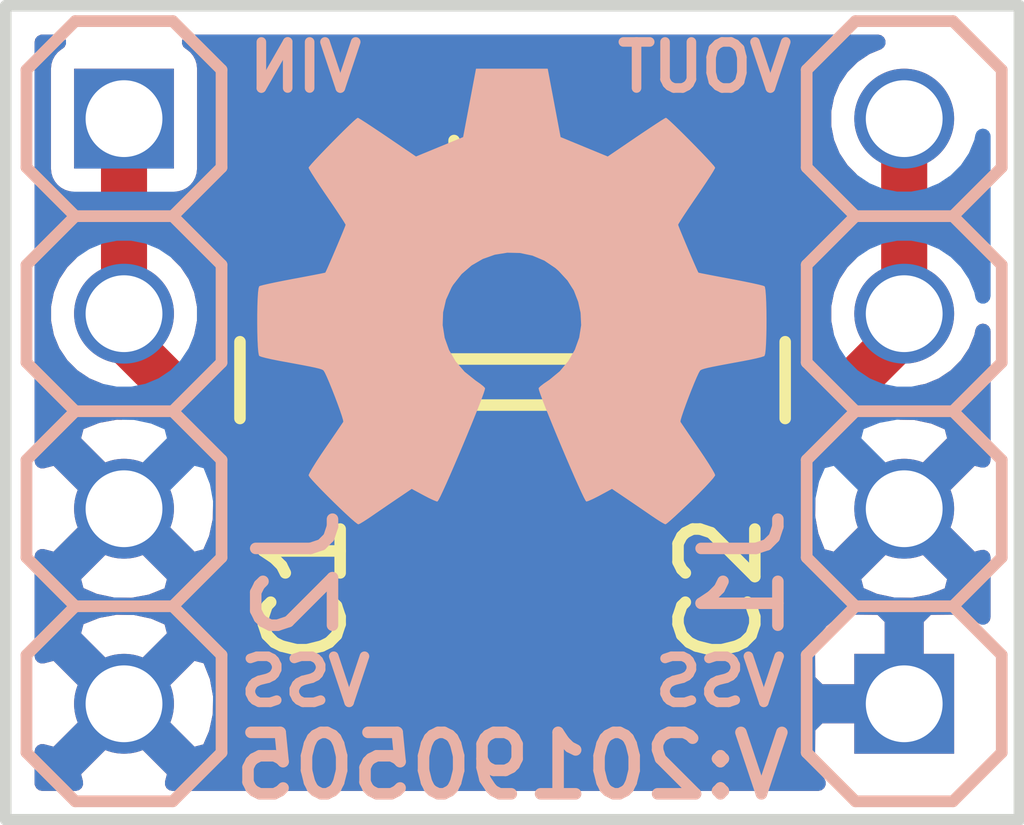
<source format=kicad_pcb>
(kicad_pcb (version 20171130) (host pcbnew 5.1.2-f72e74a~84~ubuntu18.04.1)

  (general
    (thickness 1.6)
    (drawings 4)
    (tracks 14)
    (zones 0)
    (modules 7)
    (nets 4)
  )

  (page A4)
  (layers
    (0 F.Cu signal)
    (31 B.Cu signal)
    (32 B.Adhes user)
    (33 F.Adhes user)
    (34 B.Paste user)
    (35 F.Paste user)
    (36 B.SilkS user)
    (37 F.SilkS user)
    (38 B.Mask user)
    (39 F.Mask user)
    (40 Dwgs.User user)
    (41 Cmts.User user)
    (42 Eco1.User user)
    (43 Eco2.User user)
    (44 Edge.Cuts user)
    (45 Margin user)
    (46 B.CrtYd user)
    (47 F.CrtYd user)
    (48 B.Fab user)
    (49 F.Fab user)
  )

  (setup
    (last_trace_width 0.1524)
    (user_trace_width 0.1524)
    (user_trace_width 0.2)
    (user_trace_width 0.3)
    (user_trace_width 0.4)
    (user_trace_width 0.6)
    (user_trace_width 1)
    (user_trace_width 1.5)
    (user_trace_width 2)
    (trace_clearance 0.1524)
    (zone_clearance 0.3)
    (zone_45_only no)
    (trace_min 0.1524)
    (via_size 0.381)
    (via_drill 0.254)
    (via_min_size 0.381)
    (via_min_drill 0.254)
    (user_via 0.4 0.254)
    (user_via 0.6 0.4)
    (user_via 0.8 0.6)
    (user_via 1 0.8)
    (user_via 1.3 1)
    (user_via 1.5 1.2)
    (user_via 1.7 1.4)
    (user_via 1.9 1.6)
    (uvia_size 0.381)
    (uvia_drill 0.254)
    (uvias_allowed no)
    (uvia_min_size 0.381)
    (uvia_min_drill 0.254)
    (edge_width 0.15)
    (segment_width 0.2)
    (pcb_text_width 0.3)
    (pcb_text_size 1.5 1.5)
    (mod_edge_width 0.15)
    (mod_text_size 1 1)
    (mod_text_width 0.15)
    (pad_size 0.65 1.05)
    (pad_drill 0)
    (pad_to_mask_clearance 0.1)
    (solder_mask_min_width 0.1)
    (pad_to_paste_clearance_ratio -0.15)
    (aux_axis_origin 0 0)
    (visible_elements FFFFFF7F)
    (pcbplotparams
      (layerselection 0x010fc_ffffffff)
      (usegerberextensions true)
      (usegerberattributes false)
      (usegerberadvancedattributes false)
      (creategerberjobfile false)
      (excludeedgelayer true)
      (linewidth 0.100000)
      (plotframeref false)
      (viasonmask false)
      (mode 1)
      (useauxorigin false)
      (hpglpennumber 1)
      (hpglpenspeed 20)
      (hpglpendiameter 15.000000)
      (psnegative false)
      (psa4output false)
      (plotreference true)
      (plotvalue true)
      (plotinvisibletext false)
      (padsonsilk false)
      (subtractmaskfromsilk false)
      (outputformat 1)
      (mirror false)
      (drillshape 0)
      (scaleselection 1)
      (outputdirectory "OSH_Park_2_layer_plots"))
  )

  (net 0 "")
  (net 1 /VIN)
  (net 2 /VSS)
  (net 3 /VOUT)

  (net_class Default "This is the default net class."
    (clearance 0.1524)
    (trace_width 0.1524)
    (via_dia 0.381)
    (via_drill 0.254)
    (uvia_dia 0.381)
    (uvia_drill 0.254)
    (add_net /VIN)
    (add_net /VOUT)
    (add_net /VSS)
  )

  (module SquantorIC:SOT23-3-Microchip-TT (layer F.Cu) (tedit 5CCB5358) (tstamp 5CCBC406)
    (at 147.3 93.6)
    (path /5CCA74B5)
    (fp_text reference U1 (at 0 -2.6) (layer F.SilkS)
      (effects (font (size 1 1) (thickness 0.15)))
    )
    (fp_text value reference3pin (at 0 2.8) (layer F.Fab)
      (effects (font (size 1 1) (thickness 0.15)))
    )
    (fp_line (start -1.7 -2) (end -1.7 2) (layer F.CrtYd) (width 0.05))
    (fp_line (start 1.7 -2) (end -1.7 -2) (layer F.CrtYd) (width 0.05))
    (fp_line (start 1.7 2) (end 1.7 -2) (layer F.CrtYd) (width 0.05))
    (fp_line (start -1.7 2) (end 1.7 2) (layer F.CrtYd) (width 0.05))
    (fp_line (start -1.3 0.3) (end -1.3 -0.3) (layer F.SilkS) (width 0.15))
    (fp_line (start 1.3 0.3) (end -1.3 0.3) (layer F.SilkS) (width 0.15))
    (fp_line (start 1.3 -0.3) (end 1.3 0.3) (layer F.SilkS) (width 0.15))
    (fp_line (start -1.3 -0.3) (end 1.3 -0.3) (layer F.SilkS) (width 0.15))
    (pad 3 smd rect (at 0 -1.15) (size 0.65 1.05) (layers F.Cu F.Paste F.Mask)
      (net 2 /VSS) (zone_connect 2))
    (pad 2 smd rect (at 0.95 1.15) (size 0.65 1.05) (layers F.Cu F.Paste F.Mask)
      (net 3 /VOUT))
    (pad 1 smd rect (at -0.95 1.15) (size 0.65 1.05) (layers F.Cu F.Paste F.Mask)
      (net 1 /VIN))
  )

  (module SquantorConnectorsNamed:reference_input (layer B.Cu) (tedit 5CCB5024) (tstamp 5CCBC3EB)
    (at 142.24 93.98 270)
    (descr "PIN HEADER")
    (tags "PIN HEADER")
    (path /5CCB5C8E)
    (attr virtual)
    (fp_text reference J2 (at 2.12 -2.26 90) (layer B.SilkS)
      (effects (font (size 1 1) (thickness 0.15)) (justify mirror))
    )
    (fp_text value reference_input (at 0 -2.2 90) (layer B.Fab) hide
      (effects (font (size 1 1) (thickness 0.15)) (justify mirror))
    )
    (fp_text user VSS (at 3.52 -2.36 180) (layer B.SilkS)
      (effects (font (size 0.6 0.6) (thickness 0.125)) (justify mirror))
    )
    (fp_text user VIN (at -4.48 -2.36 180) (layer B.SilkS)
      (effects (font (size 0.6 0.6) (thickness 0.125)) (justify mirror))
    )
    (fp_line (start 4.445 -1.27) (end 3.175 -1.27) (layer B.SilkS) (width 0.1524))
    (fp_line (start 2.54 -0.635) (end 3.175 -1.27) (layer B.SilkS) (width 0.1524))
    (fp_line (start 3.175 1.27) (end 2.54 0.635) (layer B.SilkS) (width 0.1524))
    (fp_line (start 5.08 -0.635) (end 4.445 -1.27) (layer B.SilkS) (width 0.1524))
    (fp_line (start 5.08 0.635) (end 5.08 -0.635) (layer B.SilkS) (width 0.1524))
    (fp_line (start 4.445 1.27) (end 5.08 0.635) (layer B.SilkS) (width 0.1524))
    (fp_line (start 3.175 1.27) (end 4.445 1.27) (layer B.SilkS) (width 0.1524))
    (fp_line (start -3.175 -1.27) (end -4.445 -1.27) (layer B.SilkS) (width 0.1524))
    (fp_line (start -5.08 -0.635) (end -4.445 -1.27) (layer B.SilkS) (width 0.1524))
    (fp_line (start -4.445 1.27) (end -5.08 0.635) (layer B.SilkS) (width 0.1524))
    (fp_line (start -5.08 0.635) (end -5.08 -0.635) (layer B.SilkS) (width 0.1524))
    (fp_line (start -1.905 -1.27) (end -2.54 -0.635) (layer B.SilkS) (width 0.1524))
    (fp_line (start -0.635 -1.27) (end -1.905 -1.27) (layer B.SilkS) (width 0.1524))
    (fp_line (start 0 -0.635) (end -0.635 -1.27) (layer B.SilkS) (width 0.1524))
    (fp_line (start 0 0.635) (end 0 -0.635) (layer B.SilkS) (width 0.1524))
    (fp_line (start -0.635 1.27) (end 0 0.635) (layer B.SilkS) (width 0.1524))
    (fp_line (start -1.905 1.27) (end -0.635 1.27) (layer B.SilkS) (width 0.1524))
    (fp_line (start -2.54 0.635) (end -1.905 1.27) (layer B.SilkS) (width 0.1524))
    (fp_line (start -2.54 -0.635) (end -3.175 -1.27) (layer B.SilkS) (width 0.1524))
    (fp_line (start -2.54 0.635) (end -2.54 -0.635) (layer B.SilkS) (width 0.1524))
    (fp_line (start -3.175 1.27) (end -2.54 0.635) (layer B.SilkS) (width 0.1524))
    (fp_line (start -4.445 1.27) (end -3.175 1.27) (layer B.SilkS) (width 0.1524))
    (fp_line (start 0.635 -1.27) (end 0 -0.635) (layer B.SilkS) (width 0.1524))
    (fp_line (start 1.905 -1.27) (end 0.635 -1.27) (layer B.SilkS) (width 0.1524))
    (fp_line (start 2.54 -0.635) (end 1.905 -1.27) (layer B.SilkS) (width 0.1524))
    (fp_line (start 2.54 0.635) (end 2.54 -0.635) (layer B.SilkS) (width 0.1524))
    (fp_line (start 1.905 1.27) (end 2.54 0.635) (layer B.SilkS) (width 0.1524))
    (fp_line (start 0.635 1.27) (end 1.905 1.27) (layer B.SilkS) (width 0.1524))
    (fp_line (start 0 0.635) (end 0.635 1.27) (layer B.SilkS) (width 0.1524))
    (pad 4 thru_hole circle (at 3.81 0 90) (size 1.3 1.3) (drill 1) (layers *.Cu *.Mask)
      (net 2 /VSS))
    (pad 3 thru_hole circle (at 1.27 0 90) (size 1.3 1.3) (drill 1) (layers *.Cu *.Mask)
      (net 2 /VSS))
    (pad 2 thru_hole circle (at -1.27 0 90) (size 1.3 1.3) (drill 1) (layers *.Cu *.Mask)
      (net 1 /VIN))
    (pad 1 thru_hole rect (at -3.81 0 90) (size 1.3 1.3) (drill 1) (layers *.Cu *.Mask)
      (net 1 /VIN))
  )

  (module SquantorConnectorsNamed:reference_output (layer B.Cu) (tedit 5CCB4FA4) (tstamp 5CCBC3C4)
    (at 152.4 93.98 90)
    (descr "PIN HEADER")
    (tags "PIN HEADER")
    (path /5CCB6325)
    (attr virtual)
    (fp_text reference J1 (at -2.12 -2.1 90) (layer B.SilkS)
      (effects (font (size 1 1) (thickness 0.15)) (justify mirror))
    )
    (fp_text value reference_output (at 0 -2.2 90) (layer B.Fab) hide
      (effects (font (size 1 1) (thickness 0.15)) (justify mirror))
    )
    (fp_text user VOUT (at 4.48 -2.6 180) (layer B.SilkS)
      (effects (font (size 0.6 0.6) (thickness 0.125)) (justify mirror))
    )
    (fp_text user VSS (at -3.52 -2.4 180) (layer B.SilkS)
      (effects (font (size 0.6 0.6) (thickness 0.125)) (justify mirror))
    )
    (fp_line (start 4.445 -1.27) (end 3.175 -1.27) (layer B.SilkS) (width 0.1524))
    (fp_line (start 2.54 -0.635) (end 3.175 -1.27) (layer B.SilkS) (width 0.1524))
    (fp_line (start 3.175 1.27) (end 2.54 0.635) (layer B.SilkS) (width 0.1524))
    (fp_line (start 5.08 -0.635) (end 4.445 -1.27) (layer B.SilkS) (width 0.1524))
    (fp_line (start 5.08 0.635) (end 5.08 -0.635) (layer B.SilkS) (width 0.1524))
    (fp_line (start 4.445 1.27) (end 5.08 0.635) (layer B.SilkS) (width 0.1524))
    (fp_line (start 3.175 1.27) (end 4.445 1.27) (layer B.SilkS) (width 0.1524))
    (fp_line (start -3.175 -1.27) (end -4.445 -1.27) (layer B.SilkS) (width 0.1524))
    (fp_line (start -5.08 -0.635) (end -4.445 -1.27) (layer B.SilkS) (width 0.1524))
    (fp_line (start -4.445 1.27) (end -5.08 0.635) (layer B.SilkS) (width 0.1524))
    (fp_line (start -5.08 0.635) (end -5.08 -0.635) (layer B.SilkS) (width 0.1524))
    (fp_line (start -1.905 -1.27) (end -2.54 -0.635) (layer B.SilkS) (width 0.1524))
    (fp_line (start -0.635 -1.27) (end -1.905 -1.27) (layer B.SilkS) (width 0.1524))
    (fp_line (start 0 -0.635) (end -0.635 -1.27) (layer B.SilkS) (width 0.1524))
    (fp_line (start 0 0.635) (end 0 -0.635) (layer B.SilkS) (width 0.1524))
    (fp_line (start -0.635 1.27) (end 0 0.635) (layer B.SilkS) (width 0.1524))
    (fp_line (start -1.905 1.27) (end -0.635 1.27) (layer B.SilkS) (width 0.1524))
    (fp_line (start -2.54 0.635) (end -1.905 1.27) (layer B.SilkS) (width 0.1524))
    (fp_line (start -2.54 -0.635) (end -3.175 -1.27) (layer B.SilkS) (width 0.1524))
    (fp_line (start -2.54 0.635) (end -2.54 -0.635) (layer B.SilkS) (width 0.1524))
    (fp_line (start -3.175 1.27) (end -2.54 0.635) (layer B.SilkS) (width 0.1524))
    (fp_line (start -4.445 1.27) (end -3.175 1.27) (layer B.SilkS) (width 0.1524))
    (fp_line (start 0.635 -1.27) (end 0 -0.635) (layer B.SilkS) (width 0.1524))
    (fp_line (start 1.905 -1.27) (end 0.635 -1.27) (layer B.SilkS) (width 0.1524))
    (fp_line (start 2.54 -0.635) (end 1.905 -1.27) (layer B.SilkS) (width 0.1524))
    (fp_line (start 2.54 0.635) (end 2.54 -0.635) (layer B.SilkS) (width 0.1524))
    (fp_line (start 1.905 1.27) (end 2.54 0.635) (layer B.SilkS) (width 0.1524))
    (fp_line (start 0.635 1.27) (end 1.905 1.27) (layer B.SilkS) (width 0.1524))
    (fp_line (start 0 0.635) (end 0.635 1.27) (layer B.SilkS) (width 0.1524))
    (pad 4 thru_hole circle (at 3.81 0 270) (size 1.3 1.3) (drill 1) (layers *.Cu *.Mask)
      (net 3 /VOUT))
    (pad 3 thru_hole circle (at 1.27 0 270) (size 1.3 1.3) (drill 1) (layers *.Cu *.Mask)
      (net 3 /VOUT))
    (pad 2 thru_hole circle (at -1.27 0 270) (size 1.3 1.3) (drill 1) (layers *.Cu *.Mask)
      (net 2 /VSS))
    (pad 1 thru_hole rect (at -3.81 0 270) (size 1.3 1.3) (drill 1) (layers *.Cu *.Mask)
      (net 2 /VSS))
  )

  (module SquantorRcl:C_0805+0603 (layer F.Cu) (tedit 5CCB4DCF) (tstamp 5CCBC39D)
    (at 150 93.575 90)
    (descr "Capacitor SMD 0805 and 0603 pad sizes, reflow soldering, based on AVX dimensions")
    (tags "capacitor 0805 0603 mixed")
    (path /5CCA425F)
    (attr smd)
    (fp_text reference C2 (at -2.725 0 90) (layer F.SilkS)
      (effects (font (size 1 1) (thickness 0.15)))
    )
    (fp_text value TBD (at 0 2.1 90) (layer F.Fab)
      (effects (font (size 1 1) (thickness 0.15)))
    )
    (fp_line (start -1 0.625) (end -1 -0.625) (layer F.Fab) (width 0.15))
    (fp_line (start 1 0.625) (end -1 0.625) (layer F.Fab) (width 0.15))
    (fp_line (start 1 -0.625) (end 1 0.625) (layer F.Fab) (width 0.15))
    (fp_line (start -1 -0.625) (end 1 -0.625) (layer F.Fab) (width 0.15))
    (fp_line (start -1.8 -1) (end 1.8 -1) (layer F.CrtYd) (width 0.05))
    (fp_line (start -1.8 1) (end 1.8 1) (layer F.CrtYd) (width 0.05))
    (fp_line (start -1.8 -1) (end -1.8 1) (layer F.CrtYd) (width 0.05))
    (fp_line (start 1.8 -1) (end 1.8 1) (layer F.CrtYd) (width 0.05))
    (fp_line (start 0.5 -0.85) (end -0.5 -0.85) (layer F.SilkS) (width 0.15))
    (fp_line (start -0.5 0.85) (end 0.5 0.85) (layer F.SilkS) (width 0.15))
    (pad 1 smd rect (at -0.925 0 90) (size 1.15 1.25) (layers F.Cu F.Paste F.Mask)
      (net 3 /VOUT))
    (pad 2 smd rect (at 0.925 0 90) (size 1.15 1.25) (layers F.Cu F.Paste F.Mask)
      (net 2 /VSS))
    (model Capacitors_SMD.3dshapes/C_0805.wrl
      (at (xyz 0 0 0))
      (scale (xyz 1 1 1))
      (rotate (xyz 0 0 0))
    )
  )

  (module SquantorRcl:C_0805+0603 (layer F.Cu) (tedit 5CCB4DCF) (tstamp 5CCBCA48)
    (at 144.6 93.575 90)
    (descr "Capacitor SMD 0805 and 0603 pad sizes, reflow soldering, based on AVX dimensions")
    (tags "capacitor 0805 0603 mixed")
    (path /5CCA2C90)
    (attr smd)
    (fp_text reference C1 (at -2.725 0 90) (layer F.SilkS)
      (effects (font (size 1 1) (thickness 0.15)))
    )
    (fp_text value TBD (at 0 2.1 90) (layer F.Fab)
      (effects (font (size 1 1) (thickness 0.15)))
    )
    (fp_line (start -1 0.625) (end -1 -0.625) (layer F.Fab) (width 0.15))
    (fp_line (start 1 0.625) (end -1 0.625) (layer F.Fab) (width 0.15))
    (fp_line (start 1 -0.625) (end 1 0.625) (layer F.Fab) (width 0.15))
    (fp_line (start -1 -0.625) (end 1 -0.625) (layer F.Fab) (width 0.15))
    (fp_line (start -1.8 -1) (end 1.8 -1) (layer F.CrtYd) (width 0.05))
    (fp_line (start -1.8 1) (end 1.8 1) (layer F.CrtYd) (width 0.05))
    (fp_line (start -1.8 -1) (end -1.8 1) (layer F.CrtYd) (width 0.05))
    (fp_line (start 1.8 -1) (end 1.8 1) (layer F.CrtYd) (width 0.05))
    (fp_line (start 0.5 -0.85) (end -0.5 -0.85) (layer F.SilkS) (width 0.15))
    (fp_line (start -0.5 0.85) (end 0.5 0.85) (layer F.SilkS) (width 0.15))
    (pad 1 smd rect (at -0.925 0 90) (size 1.15 1.25) (layers F.Cu F.Paste F.Mask)
      (net 1 /VIN))
    (pad 2 smd rect (at 0.925 0 90) (size 1.15 1.25) (layers F.Cu F.Paste F.Mask)
      (net 2 /VSS))
    (model Capacitors_SMD.3dshapes/C_0805.wrl
      (at (xyz 0 0 0))
      (scale (xyz 1 1 1))
      (rotate (xyz 0 0 0))
    )
  )

  (module Symbols:OSHW-Symbol_6.7x6mm_SilkScreen (layer B.Cu) (tedit 0) (tstamp 5CCBC8B6)
    (at 147.3 92.5 180)
    (descr "Open Source Hardware Symbol")
    (tags "Logo Symbol OSHW")
    (path /5A135869)
    (attr virtual)
    (fp_text reference N1 (at 0 0) (layer B.SilkS) hide
      (effects (font (size 1 1) (thickness 0.15)) (justify mirror))
    )
    (fp_text value OHWLOGO (at 0.75 0) (layer B.Fab) hide
      (effects (font (size 1 1) (thickness 0.15)) (justify mirror))
    )
    (fp_poly (pts (xy 0.555814 2.531069) (xy 0.639635 2.086445) (xy 0.94892 1.958947) (xy 1.258206 1.831449)
      (xy 1.629246 2.083754) (xy 1.733157 2.154004) (xy 1.827087 2.216728) (xy 1.906652 2.269062)
      (xy 1.96747 2.308143) (xy 2.005157 2.331107) (xy 2.015421 2.336058) (xy 2.03391 2.323324)
      (xy 2.07342 2.288118) (xy 2.129522 2.234938) (xy 2.197787 2.168282) (xy 2.273786 2.092646)
      (xy 2.353092 2.012528) (xy 2.431275 1.932426) (xy 2.503907 1.856836) (xy 2.566559 1.790255)
      (xy 2.614803 1.737182) (xy 2.64421 1.702113) (xy 2.651241 1.690377) (xy 2.641123 1.66874)
      (xy 2.612759 1.621338) (xy 2.569129 1.552807) (xy 2.513218 1.467785) (xy 2.448006 1.370907)
      (xy 2.410219 1.31565) (xy 2.341343 1.214752) (xy 2.28014 1.123701) (xy 2.229578 1.04703)
      (xy 2.192628 0.989272) (xy 2.172258 0.954957) (xy 2.169197 0.947746) (xy 2.176136 0.927252)
      (xy 2.195051 0.879487) (xy 2.223087 0.811168) (xy 2.257391 0.729011) (xy 2.295109 0.63973)
      (xy 2.333387 0.550042) (xy 2.36937 0.466662) (xy 2.400206 0.396306) (xy 2.423039 0.34569)
      (xy 2.435017 0.321529) (xy 2.435724 0.320578) (xy 2.454531 0.315964) (xy 2.504618 0.305672)
      (xy 2.580793 0.290713) (xy 2.677865 0.272099) (xy 2.790643 0.250841) (xy 2.856442 0.238582)
      (xy 2.97695 0.215638) (xy 3.085797 0.193805) (xy 3.177476 0.174278) (xy 3.246481 0.158252)
      (xy 3.287304 0.146921) (xy 3.295511 0.143326) (xy 3.303548 0.118994) (xy 3.310033 0.064041)
      (xy 3.31497 -0.015108) (xy 3.318364 -0.112026) (xy 3.320218 -0.220287) (xy 3.320538 -0.333465)
      (xy 3.319327 -0.445135) (xy 3.31659 -0.548868) (xy 3.312331 -0.638241) (xy 3.306555 -0.706826)
      (xy 3.299267 -0.748197) (xy 3.294895 -0.75681) (xy 3.268764 -0.767133) (xy 3.213393 -0.781892)
      (xy 3.136107 -0.799352) (xy 3.04423 -0.81778) (xy 3.012158 -0.823741) (xy 2.857524 -0.852066)
      (xy 2.735375 -0.874876) (xy 2.641673 -0.89308) (xy 2.572384 -0.907583) (xy 2.523471 -0.919292)
      (xy 2.490897 -0.929115) (xy 2.470628 -0.937956) (xy 2.458626 -0.946724) (xy 2.456947 -0.948457)
      (xy 2.440184 -0.976371) (xy 2.414614 -1.030695) (xy 2.382788 -1.104777) (xy 2.34726 -1.191965)
      (xy 2.310583 -1.285608) (xy 2.275311 -1.379052) (xy 2.243996 -1.465647) (xy 2.219193 -1.53874)
      (xy 2.203454 -1.591678) (xy 2.199332 -1.617811) (xy 2.199676 -1.618726) (xy 2.213641 -1.640086)
      (xy 2.245322 -1.687084) (xy 2.291391 -1.754827) (xy 2.348518 -1.838423) (xy 2.413373 -1.932982)
      (xy 2.431843 -1.959854) (xy 2.497699 -2.057275) (xy 2.55565 -2.146163) (xy 2.602538 -2.221412)
      (xy 2.635207 -2.27792) (xy 2.6505 -2.310581) (xy 2.651241 -2.314593) (xy 2.638392 -2.335684)
      (xy 2.602888 -2.377464) (xy 2.549293 -2.435445) (xy 2.482171 -2.505135) (xy 2.406087 -2.582045)
      (xy 2.325604 -2.661683) (xy 2.245287 -2.739561) (xy 2.169699 -2.811186) (xy 2.103405 -2.87207)
      (xy 2.050969 -2.917721) (xy 2.016955 -2.94365) (xy 2.007545 -2.947883) (xy 1.985643 -2.937912)
      (xy 1.9408 -2.91102) (xy 1.880321 -2.871736) (xy 1.833789 -2.840117) (xy 1.749475 -2.782098)
      (xy 1.649626 -2.713784) (xy 1.549473 -2.645579) (xy 1.495627 -2.609075) (xy 1.313371 -2.4858)
      (xy 1.160381 -2.56852) (xy 1.090682 -2.604759) (xy 1.031414 -2.632926) (xy 0.991311 -2.648991)
      (xy 0.981103 -2.651226) (xy 0.968829 -2.634722) (xy 0.944613 -2.588082) (xy 0.910263 -2.515609)
      (xy 0.867588 -2.421606) (xy 0.818394 -2.310374) (xy 0.76449 -2.186215) (xy 0.707684 -2.053432)
      (xy 0.649782 -1.916327) (xy 0.592593 -1.779202) (xy 0.537924 -1.646358) (xy 0.487584 -1.522098)
      (xy 0.44338 -1.410725) (xy 0.407119 -1.316539) (xy 0.380609 -1.243844) (xy 0.365658 -1.196941)
      (xy 0.363254 -1.180833) (xy 0.382311 -1.160286) (xy 0.424036 -1.126933) (xy 0.479706 -1.087702)
      (xy 0.484378 -1.084599) (xy 0.628264 -0.969423) (xy 0.744283 -0.835053) (xy 0.83143 -0.685784)
      (xy 0.888699 -0.525913) (xy 0.915086 -0.359737) (xy 0.909585 -0.191552) (xy 0.87119 -0.025655)
      (xy 0.798895 0.133658) (xy 0.777626 0.168513) (xy 0.666996 0.309263) (xy 0.536302 0.422286)
      (xy 0.390064 0.506997) (xy 0.232808 0.562806) (xy 0.069057 0.589126) (xy -0.096667 0.58537)
      (xy -0.259838 0.55095) (xy -0.415935 0.485277) (xy -0.560433 0.387765) (xy -0.605131 0.348187)
      (xy -0.718888 0.224297) (xy -0.801782 0.093876) (xy -0.858644 -0.052315) (xy -0.890313 -0.197088)
      (xy -0.898131 -0.35986) (xy -0.872062 -0.52344) (xy -0.814755 -0.682298) (xy -0.728856 -0.830906)
      (xy -0.617014 -0.963735) (xy -0.481877 -1.075256) (xy -0.464117 -1.087011) (xy -0.40785 -1.125508)
      (xy -0.365077 -1.158863) (xy -0.344628 -1.18016) (xy -0.344331 -1.180833) (xy -0.348721 -1.203871)
      (xy -0.366124 -1.256157) (xy -0.394732 -1.33339) (xy -0.432735 -1.431268) (xy -0.478326 -1.545491)
      (xy -0.529697 -1.671758) (xy -0.585038 -1.805767) (xy -0.642542 -1.943218) (xy -0.700399 -2.079808)
      (xy -0.756802 -2.211237) (xy -0.809942 -2.333205) (xy -0.85801 -2.441409) (xy -0.899199 -2.531549)
      (xy -0.931699 -2.599323) (xy -0.953703 -2.64043) (xy -0.962564 -2.651226) (xy -0.98964 -2.642819)
      (xy -1.040303 -2.620272) (xy -1.105817 -2.587613) (xy -1.141841 -2.56852) (xy -1.294832 -2.4858)
      (xy -1.477088 -2.609075) (xy -1.570125 -2.672228) (xy -1.671985 -2.741727) (xy -1.767438 -2.807165)
      (xy -1.81525 -2.840117) (xy -1.882495 -2.885273) (xy -1.939436 -2.921057) (xy -1.978646 -2.942938)
      (xy -1.991381 -2.947563) (xy -2.009917 -2.935085) (xy -2.050941 -2.900252) (xy -2.110475 -2.846678)
      (xy -2.184542 -2.777983) (xy -2.269165 -2.697781) (xy -2.322685 -2.646286) (xy -2.416319 -2.554286)
      (xy -2.497241 -2.471999) (xy -2.562177 -2.402945) (xy -2.607858 -2.350644) (xy -2.631011 -2.318616)
      (xy -2.633232 -2.312116) (xy -2.622924 -2.287394) (xy -2.594439 -2.237405) (xy -2.550937 -2.167212)
      (xy -2.495577 -2.081875) (xy -2.43152 -1.986456) (xy -2.413303 -1.959854) (xy -2.346927 -1.863167)
      (xy -2.287378 -1.776117) (xy -2.237984 -1.703595) (xy -2.202075 -1.650493) (xy -2.182981 -1.621703)
      (xy -2.181136 -1.618726) (xy -2.183895 -1.595782) (xy -2.198538 -1.545336) (xy -2.222513 -1.474041)
      (xy -2.253266 -1.388547) (xy -2.288244 -1.295507) (xy -2.324893 -1.201574) (xy -2.360661 -1.113399)
      (xy -2.392994 -1.037634) (xy -2.419338 -0.980931) (xy -2.437142 -0.949943) (xy -2.438407 -0.948457)
      (xy -2.449294 -0.939601) (xy -2.467682 -0.930843) (xy -2.497606 -0.921277) (xy -2.543103 -0.909996)
      (xy -2.608209 -0.896093) (xy -2.696961 -0.878663) (xy -2.813393 -0.856798) (xy -2.961542 -0.829591)
      (xy -2.993618 -0.823741) (xy -3.088686 -0.805374) (xy -3.171565 -0.787405) (xy -3.23493 -0.771569)
      (xy -3.271458 -0.7596) (xy -3.276356 -0.75681) (xy -3.284427 -0.732072) (xy -3.290987 -0.67679)
      (xy -3.296033 -0.597389) (xy -3.299559 -0.500296) (xy -3.301561 -0.391938) (xy -3.302036 -0.27874)
      (xy -3.300977 -0.167128) (xy -3.298382 -0.063529) (xy -3.294246 0.025632) (xy -3.288563 0.093928)
      (xy -3.281331 0.134934) (xy -3.276971 0.143326) (xy -3.252698 0.151792) (xy -3.197426 0.165565)
      (xy -3.116662 0.18345) (xy -3.015912 0.204252) (xy -2.900683 0.226777) (xy -2.837902 0.238582)
      (xy -2.718787 0.260849) (xy -2.612565 0.281021) (xy -2.524427 0.298085) (xy -2.459566 0.311031)
      (xy -2.423174 0.318845) (xy -2.417184 0.320578) (xy -2.407061 0.34011) (xy -2.385662 0.387157)
      (xy -2.355839 0.454997) (xy -2.320445 0.536909) (xy -2.282332 0.626172) (xy -2.244353 0.716065)
      (xy -2.20936 0.799865) (xy -2.180206 0.870853) (xy -2.159743 0.922306) (xy -2.150823 0.947503)
      (xy -2.150657 0.948604) (xy -2.160769 0.968481) (xy -2.189117 1.014223) (xy -2.232723 1.081283)
      (xy -2.288606 1.165116) (xy -2.353787 1.261174) (xy -2.391679 1.31635) (xy -2.460725 1.417519)
      (xy -2.52205 1.50937) (xy -2.572663 1.587256) (xy -2.609571 1.646531) (xy -2.629782 1.682549)
      (xy -2.632701 1.690623) (xy -2.620153 1.709416) (xy -2.585463 1.749543) (xy -2.533063 1.806507)
      (xy -2.467384 1.875815) (xy -2.392856 1.952969) (xy -2.313913 2.033475) (xy -2.234983 2.112837)
      (xy -2.1605 2.18656) (xy -2.094894 2.250148) (xy -2.042596 2.299106) (xy -2.008039 2.328939)
      (xy -1.996478 2.336058) (xy -1.977654 2.326047) (xy -1.932631 2.297922) (xy -1.865787 2.254546)
      (xy -1.781499 2.198782) (xy -1.684144 2.133494) (xy -1.610707 2.083754) (xy -1.239667 1.831449)
      (xy -0.621095 2.086445) (xy -0.537275 2.531069) (xy -0.453454 2.975693) (xy 0.471994 2.975693)
      (xy 0.555814 2.531069)) (layer B.SilkS) (width 0.01))
  )

  (module SquantorLabels:Label_version (layer F.Cu) (tedit 5B5A1E49) (tstamp 5B96DD88)
    (at 147.15 98.7)
    (path /5A1357A5)
    (fp_text reference N2 (at 0 1.4) (layer F.Fab) hide
      (effects (font (size 1 1) (thickness 0.15)))
    )
    (fp_text value 20190505 (at -0.4 -0.1) (layer B.SilkS)
      (effects (font (size 0.8 0.8) (thickness 0.15)) (justify mirror))
    )
    (fp_text user V: (at 3.2 -0.1) (layer B.SilkS)
      (effects (font (size 0.8 0.8) (thickness 0.15)) (justify mirror))
    )
  )

  (gr_line (start 140.7 99.3) (end 140.7 88.7) (layer Edge.Cuts) (width 0.15) (tstamp 5CCBC807))
  (gr_line (start 153.9 99.3) (end 140.7 99.3) (layer Edge.Cuts) (width 0.15))
  (gr_line (start 153.9 88.7) (end 153.9 99.3) (layer Edge.Cuts) (width 0.15))
  (gr_line (start 140.7 88.7) (end 153.9 88.7) (layer Edge.Cuts) (width 0.15))

  (segment (start 142.24 90.17) (end 142.24 92.54) (width 0.6) (layer F.Cu) (net 1))
  (segment (start 142.24 92.71) (end 142.24 93.04) (width 0.6) (layer F.Cu) (net 1))
  (segment (start 142.24 93.04) (end 143.7 94.5) (width 0.6) (layer F.Cu) (net 1))
  (segment (start 143.7 94.5) (end 144.6 94.5) (width 0.6) (layer F.Cu) (net 1))
  (segment (start 144.6 94.5) (end 145.45 94.5) (width 0.6) (layer F.Cu) (net 1))
  (segment (start 145.45 94.5) (end 145.7 94.75) (width 0.6) (layer F.Cu) (net 1))
  (segment (start 145.7 94.75) (end 146.35 94.75) (width 0.6) (layer F.Cu) (net 1))
  (segment (start 148.25 94.75) (end 148.9 94.75) (width 0.6) (layer F.Cu) (net 3))
  (segment (start 148.9 94.75) (end 149.15 94.5) (width 0.6) (layer F.Cu) (net 3))
  (segment (start 149.15 94.5) (end 150.05 94.5) (width 0.6) (layer F.Cu) (net 3))
  (segment (start 152.4 92.71) (end 152.4 92.95) (width 0.6) (layer F.Cu) (net 3))
  (segment (start 152.4 92.95) (end 150.85 94.5) (width 0.6) (layer F.Cu) (net 3))
  (segment (start 150.85 94.5) (end 150.05 94.5) (width 0.6) (layer F.Cu) (net 3))
  (segment (start 152.4 92.71) (end 152.4 90.15) (width 0.6) (layer F.Cu) (net 3))

  (zone (net 2) (net_name /VSS) (layer B.Cu) (tstamp 0) (hatch edge 0.508)
    (connect_pads (clearance 0.3))
    (min_thickness 0.2)
    (fill yes (arc_segments 32) (thermal_gap 0.508) (thermal_bridge_width 0.508))
    (polygon
      (pts
        (xy 140.7 88.7) (xy 153.9 88.7) (xy 153.9 99.3) (xy 140.7 99.3)
      )
    )
    (filled_polygon
      (pts
        (xy 141.366697 89.185803) (xy 141.305789 89.235789) (xy 141.255803 89.296697) (xy 141.21866 89.366186) (xy 141.195788 89.441586)
        (xy 141.188065 89.52) (xy 141.188065 90.82) (xy 141.195788 90.898414) (xy 141.21866 90.973814) (xy 141.255803 91.043303)
        (xy 141.305789 91.104211) (xy 141.366697 91.154197) (xy 141.436186 91.19134) (xy 141.511586 91.214212) (xy 141.59 91.221935)
        (xy 142.89 91.221935) (xy 142.968414 91.214212) (xy 143.043814 91.19134) (xy 143.113303 91.154197) (xy 143.174211 91.104211)
        (xy 143.224197 91.043303) (xy 143.26134 90.973814) (xy 143.284212 90.898414) (xy 143.291935 90.82) (xy 143.291935 89.52)
        (xy 143.284212 89.441586) (xy 143.26134 89.366186) (xy 143.224197 89.296697) (xy 143.174211 89.235789) (xy 143.113303 89.185803)
        (xy 143.093092 89.175) (xy 152.058358 89.175) (xy 151.902638 89.239502) (xy 151.730664 89.354411) (xy 151.584411 89.500664)
        (xy 151.469502 89.672638) (xy 151.39035 89.863726) (xy 151.35 90.066584) (xy 151.35 90.273416) (xy 151.39035 90.476274)
        (xy 151.469502 90.667362) (xy 151.584411 90.839336) (xy 151.730664 90.985589) (xy 151.902638 91.100498) (xy 152.093726 91.17965)
        (xy 152.296584 91.22) (xy 152.503416 91.22) (xy 152.706274 91.17965) (xy 152.897362 91.100498) (xy 153.069336 90.985589)
        (xy 153.215589 90.839336) (xy 153.330498 90.667362) (xy 153.40965 90.476274) (xy 153.425 90.399102) (xy 153.425 92.480899)
        (xy 153.40965 92.403726) (xy 153.330498 92.212638) (xy 153.215589 92.040664) (xy 153.069336 91.894411) (xy 152.897362 91.779502)
        (xy 152.706274 91.70035) (xy 152.503416 91.66) (xy 152.296584 91.66) (xy 152.093726 91.70035) (xy 151.902638 91.779502)
        (xy 151.730664 91.894411) (xy 151.584411 92.040664) (xy 151.469502 92.212638) (xy 151.39035 92.403726) (xy 151.35 92.606584)
        (xy 151.35 92.813416) (xy 151.39035 93.016274) (xy 151.469502 93.207362) (xy 151.584411 93.379336) (xy 151.730664 93.525589)
        (xy 151.902638 93.640498) (xy 152.093726 93.71965) (xy 152.296584 93.76) (xy 152.503416 93.76) (xy 152.706274 93.71965)
        (xy 152.897362 93.640498) (xy 153.069336 93.525589) (xy 153.215589 93.379336) (xy 153.330498 93.207362) (xy 153.40965 93.016274)
        (xy 153.425 92.9391) (xy 153.425001 94.616033) (xy 153.287683 94.580106) (xy 152.617789 95.25) (xy 153.287683 95.919894)
        (xy 153.425001 95.883967) (xy 153.425001 96.66122) (xy 153.389421 96.63202) (xy 153.283797 96.575563) (xy 153.169189 96.540797)
        (xy 153.05 96.529058) (xy 152.706 96.532) (xy 152.554 96.684) (xy 152.554 97.636) (xy 152.574 97.636)
        (xy 152.574 97.944) (xy 152.554 97.944) (xy 152.554 97.964) (xy 152.246 97.964) (xy 152.246 97.944)
        (xy 151.294 97.944) (xy 151.142 98.096) (xy 151.139058 98.44) (xy 151.150797 98.559189) (xy 151.185563 98.673797)
        (xy 151.24202 98.779421) (xy 151.279426 98.825) (xy 142.871351 98.825) (xy 142.909894 98.677683) (xy 142.24 98.007789)
        (xy 141.570106 98.677683) (xy 141.608649 98.825) (xy 141.175 98.825) (xy 141.175 98.413502) (xy 141.352317 98.459894)
        (xy 142.022211 97.79) (xy 142.457789 97.79) (xy 143.127683 98.459894) (xy 143.345569 98.402888) (xy 143.443895 98.175426)
        (xy 143.495955 97.933152) (xy 143.49975 97.685376) (xy 143.455134 97.441622) (xy 143.36382 97.211256) (xy 143.345569 97.177112)
        (xy 143.203722 97.14) (xy 151.139058 97.14) (xy 151.142 97.484) (xy 151.294 97.636) (xy 152.246 97.636)
        (xy 152.246 96.684) (xy 152.094 96.532) (xy 151.75 96.529058) (xy 151.630811 96.540797) (xy 151.516203 96.575563)
        (xy 151.410579 96.63202) (xy 151.317999 96.707999) (xy 151.24202 96.800579) (xy 151.185563 96.906203) (xy 151.150797 97.020811)
        (xy 151.139058 97.14) (xy 143.203722 97.14) (xy 143.127683 97.120106) (xy 142.457789 97.79) (xy 142.022211 97.79)
        (xy 141.352317 97.120106) (xy 141.175 97.166498) (xy 141.175 96.902317) (xy 141.570106 96.902317) (xy 142.24 97.572211)
        (xy 142.909894 96.902317) (xy 142.852888 96.684431) (xy 142.625426 96.586105) (xy 142.383152 96.534045) (xy 142.135376 96.53025)
        (xy 141.891622 96.574866) (xy 141.661256 96.66618) (xy 141.627112 96.684431) (xy 141.570106 96.902317) (xy 141.175 96.902317)
        (xy 141.175 96.137683) (xy 141.570106 96.137683) (xy 141.627112 96.355569) (xy 141.854574 96.453895) (xy 142.096848 96.505955)
        (xy 142.344624 96.50975) (xy 142.588378 96.465134) (xy 142.818744 96.37382) (xy 142.852888 96.355569) (xy 142.909894 96.137683)
        (xy 151.730106 96.137683) (xy 151.787112 96.355569) (xy 152.014574 96.453895) (xy 152.256848 96.505955) (xy 152.504624 96.50975)
        (xy 152.748378 96.465134) (xy 152.978744 96.37382) (xy 153.012888 96.355569) (xy 153.069894 96.137683) (xy 152.4 95.467789)
        (xy 151.730106 96.137683) (xy 142.909894 96.137683) (xy 142.24 95.467789) (xy 141.570106 96.137683) (xy 141.175 96.137683)
        (xy 141.175 95.873502) (xy 141.352317 95.919894) (xy 142.022211 95.25) (xy 142.457789 95.25) (xy 143.127683 95.919894)
        (xy 143.345569 95.862888) (xy 143.443895 95.635426) (xy 143.495955 95.393152) (xy 143.496545 95.354624) (xy 151.14025 95.354624)
        (xy 151.184866 95.598378) (xy 151.27618 95.828744) (xy 151.294431 95.862888) (xy 151.512317 95.919894) (xy 152.182211 95.25)
        (xy 151.512317 94.580106) (xy 151.294431 94.637112) (xy 151.196105 94.864574) (xy 151.144045 95.106848) (xy 151.14025 95.354624)
        (xy 143.496545 95.354624) (xy 143.49975 95.145376) (xy 143.455134 94.901622) (xy 143.36382 94.671256) (xy 143.345569 94.637112)
        (xy 143.127683 94.580106) (xy 142.457789 95.25) (xy 142.022211 95.25) (xy 141.352317 94.580106) (xy 141.175 94.626498)
        (xy 141.175 94.362317) (xy 141.570106 94.362317) (xy 142.24 95.032211) (xy 142.909894 94.362317) (xy 151.730106 94.362317)
        (xy 152.4 95.032211) (xy 153.069894 94.362317) (xy 153.012888 94.144431) (xy 152.785426 94.046105) (xy 152.543152 93.994045)
        (xy 152.295376 93.99025) (xy 152.051622 94.034866) (xy 151.821256 94.12618) (xy 151.787112 94.144431) (xy 151.730106 94.362317)
        (xy 142.909894 94.362317) (xy 142.852888 94.144431) (xy 142.625426 94.046105) (xy 142.383152 93.994045) (xy 142.135376 93.99025)
        (xy 141.891622 94.034866) (xy 141.661256 94.12618) (xy 141.627112 94.144431) (xy 141.570106 94.362317) (xy 141.175 94.362317)
        (xy 141.175 92.606584) (xy 141.19 92.606584) (xy 141.19 92.813416) (xy 141.23035 93.016274) (xy 141.309502 93.207362)
        (xy 141.424411 93.379336) (xy 141.570664 93.525589) (xy 141.742638 93.640498) (xy 141.933726 93.71965) (xy 142.136584 93.76)
        (xy 142.343416 93.76) (xy 142.546274 93.71965) (xy 142.737362 93.640498) (xy 142.909336 93.525589) (xy 143.055589 93.379336)
        (xy 143.170498 93.207362) (xy 143.24965 93.016274) (xy 143.29 92.813416) (xy 143.29 92.606584) (xy 143.24965 92.403726)
        (xy 143.170498 92.212638) (xy 143.055589 92.040664) (xy 142.909336 91.894411) (xy 142.737362 91.779502) (xy 142.546274 91.70035)
        (xy 142.343416 91.66) (xy 142.136584 91.66) (xy 141.933726 91.70035) (xy 141.742638 91.779502) (xy 141.570664 91.894411)
        (xy 141.424411 92.040664) (xy 141.309502 92.212638) (xy 141.23035 92.403726) (xy 141.19 92.606584) (xy 141.175 92.606584)
        (xy 141.175 89.175) (xy 141.386908 89.175)
      )
    )
  )
  (zone (net 2) (net_name /VSS) (layer F.Cu) (tstamp 0) (hatch edge 0.508)
    (connect_pads (clearance 0.3))
    (min_thickness 0.2)
    (fill yes (arc_segments 32) (thermal_gap 0.508) (thermal_bridge_width 0.508))
    (polygon
      (pts
        (xy 140.7 88.7) (xy 153.9 88.7) (xy 153.9 99.3) (xy 140.7 99.3)
      )
    )
    (filled_polygon
      (pts
        (xy 141.366697 89.185803) (xy 141.305789 89.235789) (xy 141.255803 89.296697) (xy 141.21866 89.366186) (xy 141.195788 89.441586)
        (xy 141.188065 89.52) (xy 141.188065 90.82) (xy 141.195788 90.898414) (xy 141.21866 90.973814) (xy 141.255803 91.043303)
        (xy 141.305789 91.104211) (xy 141.366697 91.154197) (xy 141.436186 91.19134) (xy 141.511586 91.214212) (xy 141.54 91.217011)
        (xy 141.540001 91.925074) (xy 141.424411 92.040664) (xy 141.309502 92.212638) (xy 141.23035 92.403726) (xy 141.19 92.606584)
        (xy 141.19 92.813416) (xy 141.23035 93.016274) (xy 141.309502 93.207362) (xy 141.424411 93.379336) (xy 141.570664 93.525589)
        (xy 141.742638 93.640498) (xy 141.926855 93.716804) (xy 142.201311 93.99126) (xy 142.135376 93.99025) (xy 141.891622 94.034866)
        (xy 141.661256 94.12618) (xy 141.627112 94.144431) (xy 141.570106 94.362317) (xy 142.24 95.032211) (xy 142.254142 95.018069)
        (xy 142.471931 95.235858) (xy 142.457789 95.25) (xy 143.127683 95.919894) (xy 143.345569 95.862888) (xy 143.443895 95.635426)
        (xy 143.495955 95.393152) (xy 143.499363 95.170636) (xy 143.562776 95.189872) (xy 143.592743 95.192823) (xy 143.60366 95.228814)
        (xy 143.640803 95.298303) (xy 143.690789 95.359211) (xy 143.751697 95.409197) (xy 143.821186 95.44634) (xy 143.896586 95.469212)
        (xy 143.975 95.476935) (xy 145.225 95.476935) (xy 145.303414 95.469212) (xy 145.378814 95.44634) (xy 145.448303 95.409197)
        (xy 145.451906 95.40624) (xy 145.562776 95.439872) (xy 145.664949 95.449935) (xy 145.690803 95.498303) (xy 145.740789 95.559211)
        (xy 145.801697 95.609197) (xy 145.871186 95.64634) (xy 145.946586 95.669212) (xy 146.025 95.676935) (xy 146.675 95.676935)
        (xy 146.753414 95.669212) (xy 146.828814 95.64634) (xy 146.898303 95.609197) (xy 146.959211 95.559211) (xy 147.009197 95.498303)
        (xy 147.04634 95.428814) (xy 147.069212 95.353414) (xy 147.076935 95.275) (xy 147.076935 94.225) (xy 147.069212 94.146586)
        (xy 147.04634 94.071186) (xy 147.009197 94.001697) (xy 146.959211 93.940789) (xy 146.898303 93.890803) (xy 146.828814 93.85366)
        (xy 146.753414 93.830788) (xy 146.675 93.823065) (xy 146.025 93.823065) (xy 145.946586 93.830788) (xy 145.871186 93.85366)
        (xy 145.801697 93.890803) (xy 145.799143 93.892899) (xy 145.719175 93.850155) (xy 145.610274 93.81712) (xy 145.59634 93.771186)
        (xy 145.572413 93.726421) (xy 145.657001 93.657001) (xy 145.73298 93.564421) (xy 145.789437 93.458797) (xy 145.824203 93.344189)
        (xy 145.835942 93.225) (xy 145.833 92.956) (xy 145.681 92.804) (xy 144.754 92.804) (xy 144.754 92.824)
        (xy 144.446 92.824) (xy 144.446 92.804) (xy 143.519 92.804) (xy 143.367 92.956) (xy 143.364609 93.174659)
        (xy 143.236931 93.046981) (xy 143.24965 93.016274) (xy 143.29 92.813416) (xy 143.29 92.606584) (xy 143.24965 92.403726)
        (xy 143.170498 92.212638) (xy 143.078532 92.075) (xy 143.364058 92.075) (xy 143.367 92.344) (xy 143.519 92.496)
        (xy 144.446 92.496) (xy 144.446 91.619) (xy 144.754 91.619) (xy 144.754 92.496) (xy 145.681 92.496)
        (xy 145.833 92.344) (xy 145.835942 92.075) (xy 148.764058 92.075) (xy 148.767 92.344) (xy 148.919 92.496)
        (xy 149.846 92.496) (xy 149.846 91.619) (xy 150.154 91.619) (xy 150.154 92.496) (xy 151.081 92.496)
        (xy 151.233 92.344) (xy 151.235942 92.075) (xy 151.224203 91.955811) (xy 151.189437 91.841203) (xy 151.13298 91.735579)
        (xy 151.057001 91.642999) (xy 150.964421 91.56702) (xy 150.858797 91.510563) (xy 150.744189 91.475797) (xy 150.625 91.464058)
        (xy 150.306 91.467) (xy 150.154 91.619) (xy 149.846 91.619) (xy 149.694 91.467) (xy 149.375 91.464058)
        (xy 149.255811 91.475797) (xy 149.141203 91.510563) (xy 149.035579 91.56702) (xy 148.942999 91.642999) (xy 148.86702 91.735579)
        (xy 148.810563 91.841203) (xy 148.775797 91.955811) (xy 148.764058 92.075) (xy 145.835942 92.075) (xy 145.824203 91.955811)
        (xy 145.789437 91.841203) (xy 145.73298 91.735579) (xy 145.657001 91.642999) (xy 145.564421 91.56702) (xy 145.458797 91.510563)
        (xy 145.344189 91.475797) (xy 145.225 91.464058) (xy 144.906 91.467) (xy 144.754 91.619) (xy 144.446 91.619)
        (xy 144.294 91.467) (xy 143.975 91.464058) (xy 143.855811 91.475797) (xy 143.741203 91.510563) (xy 143.635579 91.56702)
        (xy 143.542999 91.642999) (xy 143.46702 91.735579) (xy 143.410563 91.841203) (xy 143.375797 91.955811) (xy 143.364058 92.075)
        (xy 143.078532 92.075) (xy 143.055589 92.040664) (xy 142.94 91.925075) (xy 142.94 91.21701) (xy 142.968414 91.214212)
        (xy 143.043814 91.19134) (xy 143.113303 91.154197) (xy 143.174211 91.104211) (xy 143.224197 91.043303) (xy 143.26134 90.973814)
        (xy 143.284212 90.898414) (xy 143.291935 90.82) (xy 143.291935 89.52) (xy 143.284212 89.441586) (xy 143.26134 89.366186)
        (xy 143.224197 89.296697) (xy 143.174211 89.235789) (xy 143.113303 89.185803) (xy 143.093092 89.175) (xy 152.058358 89.175)
        (xy 151.902638 89.239502) (xy 151.730664 89.354411) (xy 151.584411 89.500664) (xy 151.469502 89.672638) (xy 151.39035 89.863726)
        (xy 151.35 90.066584) (xy 151.35 90.273416) (xy 151.39035 90.476274) (xy 151.469502 90.667362) (xy 151.584411 90.839336)
        (xy 151.700001 90.954926) (xy 151.7 91.925075) (xy 151.584411 92.040664) (xy 151.469502 92.212638) (xy 151.39035 92.403726)
        (xy 151.35 92.606584) (xy 151.35 92.813416) (xy 151.382623 92.977427) (xy 151.234851 93.1252) (xy 151.233 92.956)
        (xy 151.081 92.804) (xy 150.154 92.804) (xy 150.154 92.824) (xy 149.846 92.824) (xy 149.846 92.804)
        (xy 148.919 92.804) (xy 148.767 92.956) (xy 148.764058 93.225) (xy 148.775797 93.344189) (xy 148.810563 93.458797)
        (xy 148.86702 93.564421) (xy 148.942999 93.657001) (xy 149.027587 93.726421) (xy 149.00366 93.771186) (xy 148.989726 93.81712)
        (xy 148.880825 93.850155) (xy 148.800857 93.892899) (xy 148.798303 93.890803) (xy 148.728814 93.85366) (xy 148.653414 93.830788)
        (xy 148.575 93.823065) (xy 147.925 93.823065) (xy 147.846586 93.830788) (xy 147.771186 93.85366) (xy 147.701697 93.890803)
        (xy 147.640789 93.940789) (xy 147.590803 94.001697) (xy 147.55366 94.071186) (xy 147.530788 94.146586) (xy 147.523065 94.225)
        (xy 147.523065 95.275) (xy 147.530788 95.353414) (xy 147.55366 95.428814) (xy 147.590803 95.498303) (xy 147.640789 95.559211)
        (xy 147.701697 95.609197) (xy 147.771186 95.64634) (xy 147.846586 95.669212) (xy 147.925 95.676935) (xy 148.575 95.676935)
        (xy 148.653414 95.669212) (xy 148.728814 95.64634) (xy 148.798303 95.609197) (xy 148.859211 95.559211) (xy 148.909197 95.498303)
        (xy 148.935051 95.449935) (xy 149.037224 95.439872) (xy 149.148094 95.40624) (xy 149.151697 95.409197) (xy 149.221186 95.44634)
        (xy 149.296586 95.469212) (xy 149.375 95.476935) (xy 150.625 95.476935) (xy 150.703414 95.469212) (xy 150.778814 95.44634)
        (xy 150.848303 95.409197) (xy 150.909211 95.359211) (xy 150.959197 95.298303) (xy 150.99634 95.228814) (xy 151.010274 95.18288)
        (xy 151.119175 95.149845) (xy 151.143586 95.136797) (xy 151.14025 95.354624) (xy 151.184866 95.598378) (xy 151.27618 95.828744)
        (xy 151.294431 95.862888) (xy 151.512317 95.919894) (xy 152.182211 95.25) (xy 152.168069 95.235858) (xy 152.385858 95.018069)
        (xy 152.4 95.032211) (xy 153.069894 94.362317) (xy 153.012888 94.144431) (xy 152.785426 94.046105) (xy 152.543152 93.994045)
        (xy 152.34888 93.991069) (xy 152.598953 93.740997) (xy 152.706274 93.71965) (xy 152.897362 93.640498) (xy 153.069336 93.525589)
        (xy 153.215589 93.379336) (xy 153.330498 93.207362) (xy 153.40965 93.016274) (xy 153.425 92.9391) (xy 153.425001 94.616033)
        (xy 153.287683 94.580106) (xy 152.617789 95.25) (xy 153.287683 95.919894) (xy 153.425001 95.883967) (xy 153.425001 96.66122)
        (xy 153.389421 96.63202) (xy 153.283797 96.575563) (xy 153.169189 96.540797) (xy 153.05 96.529058) (xy 152.706 96.532)
        (xy 152.554 96.684) (xy 152.554 97.636) (xy 152.574 97.636) (xy 152.574 97.944) (xy 152.554 97.944)
        (xy 152.554 97.964) (xy 152.246 97.964) (xy 152.246 97.944) (xy 151.294 97.944) (xy 151.142 98.096)
        (xy 151.139058 98.44) (xy 151.150797 98.559189) (xy 151.185563 98.673797) (xy 151.24202 98.779421) (xy 151.279426 98.825)
        (xy 142.871351 98.825) (xy 142.909894 98.677683) (xy 142.24 98.007789) (xy 141.570106 98.677683) (xy 141.608649 98.825)
        (xy 141.175 98.825) (xy 141.175 98.413502) (xy 141.352317 98.459894) (xy 142.022211 97.79) (xy 142.457789 97.79)
        (xy 143.127683 98.459894) (xy 143.345569 98.402888) (xy 143.443895 98.175426) (xy 143.495955 97.933152) (xy 143.49975 97.685376)
        (xy 143.455134 97.441622) (xy 143.36382 97.211256) (xy 143.345569 97.177112) (xy 143.203722 97.14) (xy 151.139058 97.14)
        (xy 151.142 97.484) (xy 151.294 97.636) (xy 152.246 97.636) (xy 152.246 96.684) (xy 152.094 96.532)
        (xy 151.75 96.529058) (xy 151.630811 96.540797) (xy 151.516203 96.575563) (xy 151.410579 96.63202) (xy 151.317999 96.707999)
        (xy 151.24202 96.800579) (xy 151.185563 96.906203) (xy 151.150797 97.020811) (xy 151.139058 97.14) (xy 143.203722 97.14)
        (xy 143.127683 97.120106) (xy 142.457789 97.79) (xy 142.022211 97.79) (xy 141.352317 97.120106) (xy 141.175 97.166498)
        (xy 141.175 96.902317) (xy 141.570106 96.902317) (xy 142.24 97.572211) (xy 142.909894 96.902317) (xy 142.852888 96.684431)
        (xy 142.625426 96.586105) (xy 142.383152 96.534045) (xy 142.135376 96.53025) (xy 141.891622 96.574866) (xy 141.661256 96.66618)
        (xy 141.627112 96.684431) (xy 141.570106 96.902317) (xy 141.175 96.902317) (xy 141.175 96.137683) (xy 141.570106 96.137683)
        (xy 141.627112 96.355569) (xy 141.854574 96.453895) (xy 142.096848 96.505955) (xy 142.344624 96.50975) (xy 142.588378 96.465134)
        (xy 142.818744 96.37382) (xy 142.852888 96.355569) (xy 142.909894 96.137683) (xy 151.730106 96.137683) (xy 151.787112 96.355569)
        (xy 152.014574 96.453895) (xy 152.256848 96.505955) (xy 152.504624 96.50975) (xy 152.748378 96.465134) (xy 152.978744 96.37382)
        (xy 153.012888 96.355569) (xy 153.069894 96.137683) (xy 152.4 95.467789) (xy 151.730106 96.137683) (xy 142.909894 96.137683)
        (xy 142.24 95.467789) (xy 141.570106 96.137683) (xy 141.175 96.137683) (xy 141.175 95.873502) (xy 141.352317 95.919894)
        (xy 142.022211 95.25) (xy 141.352317 94.580106) (xy 141.175 94.626498) (xy 141.175 89.175) (xy 141.386908 89.175)
      )
    )
  )
)

</source>
